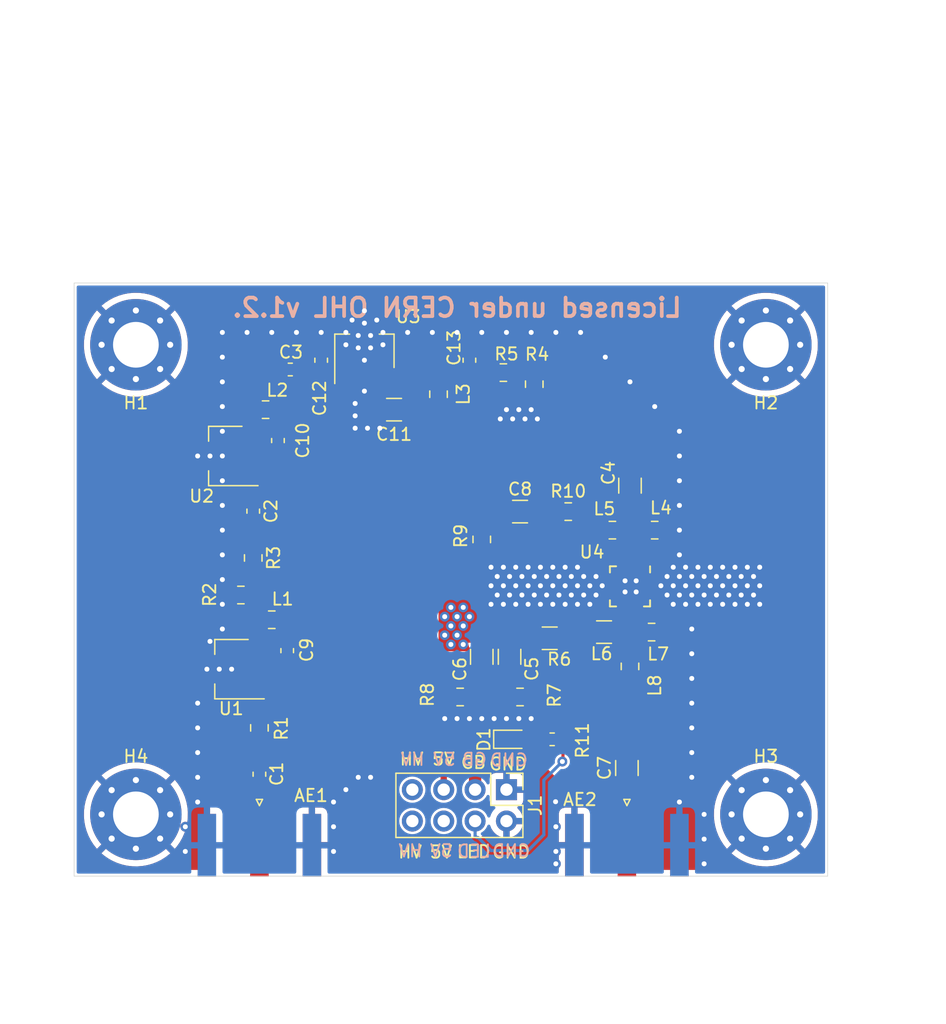
<source format=kicad_pcb>
(kicad_pcb (version 20190905) (host pcbnew "(5.99.0-221-ga18d3cc)")
  (layers (0 "F.Cu" signal) (1 "In1.Cu" power) (2 "In2.Cu" power) (31 "B.Cu" power) (34 "B.Paste" user) (35 "F.Paste" user) (36 "B.SilkS" user) (37 "F.SilkS" user) (38 "B.Mask" user) (39 "F.Mask" user) (44 "Edge.Cuts" user))
  (net 0 "")
  (net 1 "GND")
  (net 2 "+VDC")
  (net 3 "Net-(C5-Pad1)")
  (net 4 "Net-(C6-Pad1)")
  (net 5 "QPD1009_GBIAS")
  (net 6 "Net-(C8-Pad1)")
  (net 7 "+5V")
  (net 8 "Net-(L5-Pad1)")
  (net 9 "Net-(L6-Pad1)")
  (net 10 "/s0_tline0")
  (net 11 "/s4_tline2")
  (net 12 "/s0_tline1")
  (net 13 "/s1_tline1")
  (net 14 "/s1_tline2")
  (net 15 "/s2_tline0")
  (net 16 "/s2_tline1")
  (net 17 "/s3_tline1")
  (net 18 "/s4_tline1")
  (net 19 "/s1_tline0")
  (net 20 "/s3_tline0")
  (net 21 "/s4_tline0")
  (net 22 "/s0_tline2")
  (net 23 "/s3_tline2")
  (net 24 "/LED")
  (net 25 "Net-(U4-Pad12)")
  (net 26 "Net-(U4-Pad9)")
  (net 27 "Net-(U4-Pad4)")
  (net 28 "Net-(U4-Pad1)")
  (net 29 "Net-(D1-Pad2)")
  (module "Connector_PinHeader_2.54mm:PinHeader_2x04_P2.54mm_Vertical" (layer "F.Cu") (at 145 148 -90)
    (fp_text reference "J1" (at 1.27 -2.33 90) (layer "F.SilkS"))
    (fp_text value "PWRCONN")
    (pad "8" thru_hole oval (at 2.54 7.62 270) (size 1.7 1.7) (drill 1) (layers *.Cu *.Mask) (net 2 "+VDC"))
    (pad "7" thru_hole oval (at 0 7.62 270) (size 1.7 1.7) (drill 1) (layers *.Cu *.Mask) (net 2 "+VDC"))
    (pad "6" thru_hole oval (at 2.54 5.08 270) (size 1.7 1.7) (drill 1) (layers *.Cu *.Mask) (net 7 "+5V"))
    (pad "5" thru_hole oval (at 0 5.08 270) (size 1.7 1.7) (drill 1) (layers *.Cu *.Mask) (net 7 "+5V"))
    (pad "4" thru_hole oval (at 2.54 2.54 270) (size 1.7 1.7) (drill 1) (layers *.Cu *.Mask) (net 24 "/LED"))
    (pad "3" thru_hole oval (at 0 2.54 270) (size 1.7 1.7) (drill 1) (layers *.Cu *.Mask) (net 5 "QPD1009_GBIAS"))
    (pad "2" thru_hole oval (at 2.54 0 270) (size 1.7 1.7) (drill 1) (layers *.Cu *.Mask) (net 1 "GND"))
    (pad "1" thru_hole rect (at 0 0 270) (size 1.7 1.7) (drill 1) (layers *.Cu *.Mask) (net 1 "GND"))
  )
  (module "MountingHole:MountingHole_3.7mm_Pad_Via" (layer "F.Cu") (at 115 150)
    (fp_text reference "H4" (at 0 -4.7) (layer "F.SilkS"))
    (fp_text value "MountingHole_Pad")
    (pad "1" thru_hole circle (at 1.962221 -1.962221) (size 0.8 0.8) (drill 0.5) (layers *.Cu *.Mask) (net 1 "GND"))
    (pad "1" thru_hole circle (at 0 -2.775) (size 0.8 0.8) (drill 0.5) (layers *.Cu *.Mask) (net 1 "GND"))
    (pad "1" thru_hole circle (at -1.962221 -1.962221) (size 0.8 0.8) (drill 0.5) (layers *.Cu *.Mask) (net 1 "GND"))
    (pad "1" thru_hole circle (at -2.775 0) (size 0.8 0.8) (drill 0.5) (layers *.Cu *.Mask) (net 1 "GND"))
    (pad "1" thru_hole circle (at -1.962221 1.962221) (size 0.8 0.8) (drill 0.5) (layers *.Cu *.Mask) (net 1 "GND"))
    (pad "1" thru_hole circle (at 0 2.775) (size 0.8 0.8) (drill 0.5) (layers *.Cu *.Mask) (net 1 "GND"))
    (pad "1" thru_hole circle (at 1.962221 1.962221) (size 0.8 0.8) (drill 0.5) (layers *.Cu *.Mask) (net 1 "GND"))
    (pad "1" thru_hole circle (at 2.775 0) (size 0.8 0.8) (drill 0.5) (layers *.Cu *.Mask) (net 1 "GND"))
    (pad "1" thru_hole circle (at 0 0) (size 7.4 7.4) (drill 3.7) (layers *.Cu *.Mask) (net 1 "GND"))
  )
  (module "MountingHole:MountingHole_3.7mm_Pad_Via" (layer "F.Cu") (at 166 150)
    (fp_text reference "H3" (at 0 -4.7) (layer "F.SilkS"))
    (fp_text value "MountingHole_Pad")
    (pad "1" thru_hole circle (at 1.962221 -1.962221) (size 0.8 0.8) (drill 0.5) (layers *.Cu *.Mask) (net 1 "GND"))
    (pad "1" thru_hole circle (at 0 -2.775) (size 0.8 0.8) (drill 0.5) (layers *.Cu *.Mask) (net 1 "GND"))
    (pad "1" thru_hole circle (at -1.962221 -1.962221) (size 0.8 0.8) (drill 0.5) (layers *.Cu *.Mask) (net 1 "GND"))
    (pad "1" thru_hole circle (at -2.775 0) (size 0.8 0.8) (drill 0.5) (layers *.Cu *.Mask) (net 1 "GND"))
    (pad "1" thru_hole circle (at -1.962221 1.962221) (size 0.8 0.8) (drill 0.5) (layers *.Cu *.Mask) (net 1 "GND"))
    (pad "1" thru_hole circle (at 0 2.775) (size 0.8 0.8) (drill 0.5) (layers *.Cu *.Mask) (net 1 "GND"))
    (pad "1" thru_hole circle (at 1.962221 1.962221) (size 0.8 0.8) (drill 0.5) (layers *.Cu *.Mask) (net 1 "GND"))
    (pad "1" thru_hole circle (at 2.775 0) (size 0.8 0.8) (drill 0.5) (layers *.Cu *.Mask) (net 1 "GND"))
    (pad "1" thru_hole circle (at 0 0) (size 7.4 7.4) (drill 3.7) (layers *.Cu *.Mask) (net 1 "GND"))
  )
  (module "MountingHole:MountingHole_3.7mm_Pad_Via" (layer "F.Cu") (at 166 112 180)
    (fp_text reference "H2" (at 0 -4.7) (layer "F.SilkS"))
    (fp_text value "MountingHole_Pad")
    (pad "1" thru_hole circle (at 1.962221 -1.962221 180) (size 0.8 0.8) (drill 0.5) (layers *.Cu *.Mask) (net 1 "GND"))
    (pad "1" thru_hole circle (at 0 -2.775 180) (size 0.8 0.8) (drill 0.5) (layers *.Cu *.Mask) (net 1 "GND"))
    (pad "1" thru_hole circle (at -1.962221 -1.962221 180) (size 0.8 0.8) (drill 0.5) (layers *.Cu *.Mask) (net 1 "GND"))
    (pad "1" thru_hole circle (at -2.775 0 180) (size 0.8 0.8) (drill 0.5) (layers *.Cu *.Mask) (net 1 "GND"))
    (pad "1" thru_hole circle (at -1.962221 1.962221 180) (size 0.8 0.8) (drill 0.5) (layers *.Cu *.Mask) (net 1 "GND"))
    (pad "1" thru_hole circle (at 0 2.775 180) (size 0.8 0.8) (drill 0.5) (layers *.Cu *.Mask) (net 1 "GND"))
    (pad "1" thru_hole circle (at 1.962221 1.962221 180) (size 0.8 0.8) (drill 0.5) (layers *.Cu *.Mask) (net 1 "GND"))
    (pad "1" thru_hole circle (at 2.775 0 180) (size 0.8 0.8) (drill 0.5) (layers *.Cu *.Mask) (net 1 "GND"))
    (pad "1" thru_hole circle (at 0 0 180) (size 7.4 7.4) (drill 3.7) (layers *.Cu *.Mask) (net 1 "GND"))
  )
  (module "MountingHole:MountingHole_3.7mm_Pad_Via" (layer "F.Cu") (at 115 112 180)
    (fp_text reference "H1" (at 0 -4.7) (layer "F.SilkS"))
    (fp_text value "MountingHole_Pad")
    (pad "1" thru_hole circle (at 1.962221 -1.962221 180) (size 0.8 0.8) (drill 0.5) (layers *.Cu *.Mask) (net 1 "GND"))
    (pad "1" thru_hole circle (at 0 -2.775 180) (size 0.8 0.8) (drill 0.5) (layers *.Cu *.Mask) (net 1 "GND"))
    (pad "1" thru_hole circle (at -1.962221 -1.962221 180) (size 0.8 0.8) (drill 0.5) (layers *.Cu *.Mask) (net 1 "GND"))
    (pad "1" thru_hole circle (at -2.775 0 180) (size 0.8 0.8) (drill 0.5) (layers *.Cu *.Mask) (net 1 "GND"))
    (pad "1" thru_hole circle (at -1.962221 1.962221 180) (size 0.8 0.8) (drill 0.5) (layers *.Cu *.Mask) (net 1 "GND"))
    (pad "1" thru_hole circle (at 0 2.775 180) (size 0.8 0.8) (drill 0.5) (layers *.Cu *.Mask) (net 1 "GND"))
    (pad "1" thru_hole circle (at 1.962221 1.962221 180) (size 0.8 0.8) (drill 0.5) (layers *.Cu *.Mask) (net 1 "GND"))
    (pad "1" thru_hole circle (at 2.775 0 180) (size 0.8 0.8) (drill 0.5) (layers *.Cu *.Mask) (net 1 "GND"))
    (pad "1" thru_hole circle (at 0 0 180) (size 7.4 7.4) (drill 3.7) (layers *.Cu *.Mask) (net 1 "GND"))
  )
  (module "Resistor_SMD:R_0603_1608Metric_Pad1.05x0.95mm_HandSolder" (layer "F.Cu") (at 148.7 143.925)
    (fp_text reference "R11" (at 2.45 0.1 90) (layer "F.SilkS"))
    (fp_text value "R")
    (pad "2" smd roundrect (at 0.875 0) (size 1.05 0.95) (layers "F.Cu" "F.Paste" "F.Mask") (net 24 "/LED"))
    (pad "1" smd roundrect (at -0.875 0) (size 1.05 0.95) (layers "F.Cu" "F.Paste" "F.Mask") (net 29 "Net-(D1-Pad2)"))
  )
  (module "LED_SMD:LED_0603_1608Metric" (layer "F.Cu") (at 145.45 143.925)
    (fp_text reference "D1" (at -2.275 0.025 90) (layer "F.SilkS"))
    (fp_text value "LED")
    (pad "2" smd roundrect (at 0.7875 0) (size 0.875 0.95) (layers "F.Cu" "F.Paste" "F.Mask") (net 29 "Net-(D1-Pad2)"))
    (pad "1" smd roundrect (at -0.7875 0) (size 0.875 0.95) (layers "F.Cu" "F.Paste" "F.Mask") (net 1 "GND"))
  )
  (module "Capacitor_SMD:C_0603_1608Metric" (layer "F.Cu") (at 142 113.25 -90)
    (fp_text reference "C13" (at -1 1.25 -90) (layer "F.SilkS"))
    (fp_text value "C")
    (pad "2" smd roundrect (at 0.7875 0 270) (size 0.875 0.95) (layers "F.Cu" "F.Paste" "F.Mask") (net 20 "/s3_tline0"))
    (pad "1" smd roundrect (at -0.7875 0 270) (size 0.875 0.95) (layers "F.Cu" "F.Paste" "F.Mask") (net 1 "GND"))
  )
  (module "Capacitor_SMD:C_0603_1608Metric" (layer "F.Cu") (at 130 113.25 -90)
    (fp_text reference "C12" (at 3.075 0.125 -90) (layer "F.SilkS"))
    (fp_text value "C")
    (pad "2" smd roundrect (at 0.7875 0 270) (size 0.875 0.95) (layers "F.Cu" "F.Paste" "F.Mask") (net 16 "/s2_tline1"))
    (pad "1" smd roundrect (at -0.7875 0 270) (size 0.875 0.95) (layers "F.Cu" "F.Paste" "F.Mask") (net 1 "GND"))
  )
  (module "Capacitor_SMD:C_0603_1608Metric" (layer "F.Cu") (at 126.5 119.75 90)
    (fp_text reference "C10" (at 0 2 90) (layer "F.SilkS"))
    (fp_text value "C")
    (pad "2" smd roundrect (at 0.7875 0 90) (size 0.875 0.95) (layers "F.Cu" "F.Paste" "F.Mask") (net 7 "+5V"))
    (pad "1" smd roundrect (at -0.7875 0 90) (size 0.875 0.95) (layers "F.Cu" "F.Paste" "F.Mask") (net 1 "GND"))
  )
  (module "Capacitor_SMD:C_0603_1608Metric" (layer "F.Cu") (at 127.25 136.75 90)
    (fp_text reference "C9" (at 0.05 1.575 90) (layer "F.SilkS"))
    (fp_text value "C")
    (pad "2" smd roundrect (at 0.7875 0 90) (size 0.875 0.95) (layers "F.Cu" "F.Paste" "F.Mask") (net 7 "+5V"))
    (pad "1" smd roundrect (at -0.7875 0 90) (size 0.875 0.95) (layers "F.Cu" "F.Paste" "F.Mask") (net 1 "GND"))
  )
  (module "Capacitor_SMD:C_0603_1608Metric" (layer "F.Cu") (at 127.5 114 180)
    (fp_text reference "C3" (at -0.05 1.4 180) (layer "F.SilkS"))
    (fp_text value "C")
    (pad "2" smd roundrect (at 0.7875 0 180) (size 0.875 0.95) (layers "F.Cu" "F.Paste" "F.Mask") (net 15 "/s2_tline0"))
    (pad "1" smd roundrect (at -0.7875 0 180) (size 0.875 0.95) (layers "F.Cu" "F.Paste" "F.Mask") (net 16 "/s2_tline1"))
  )
  (module "Capacitor_SMD:C_0603_1608Metric" (layer "F.Cu") (at 124.5 125.4625 -90)
    (fp_text reference "C2" (at 0 -1.43 -90) (layer "F.SilkS"))
    (fp_text value "C")
    (pad "2" smd roundrect (at 0.7875 0 270) (size 0.875 0.95) (layers "F.Cu" "F.Paste" "F.Mask") (net 13 "/s1_tline1"))
    (pad "1" smd roundrect (at -0.7875 0 270) (size 0.875 0.95) (layers "F.Cu" "F.Paste" "F.Mask") (net 14 "/s1_tline2"))
  )
  (module "Capacitor_SMD:C_0603_1608Metric" (layer "F.Cu") (at 125 146.75 -90)
    (fp_text reference "C1" (at -0.025 -1.4 -90) (layer "F.SilkS"))
    (fp_text value "C")
    (pad "2" smd roundrect (at 0.7875 0 270) (size 0.875 0.95) (layers "F.Cu" "F.Paste" "F.Mask") (net 10 "/s0_tline0"))
    (pad "1" smd roundrect (at -0.7875 0 270) (size 0.875 0.95) (layers "F.Cu" "F.Paste" "F.Mask") (net 12 "/s0_tline1"))
  )
  (module "Resistor_SMD:R_0805_2012Metric_Pad1.15x1.40mm_HandSolder" (layer "F.Cu") (at 150 125.5)
    (fp_text reference "R10" (at 0 -1.65) (layer "F.SilkS"))
    (fp_text value "R")
    (pad "2" smd roundrect (at 1.025 0) (size 1.15 1.4) (layers "F.Cu" "F.Paste" "F.Mask") (roundrect_rratio 0.217391) (net 8 "Net-(L5-Pad1)"))
    (pad "1" smd roundrect (at -1.025 0) (size 1.15 1.4) (layers "F.Cu" "F.Paste" "F.Mask") (roundrect_rratio 0.217391) (net 5 "QPD1009_GBIAS"))
  )
  (module "Resistor_SMD:R_0805_2012Metric_Pad1.15x1.40mm_HandSolder" (layer "F.Cu") (at 143 127.75 -90)
    (fp_text reference "R9" (at -0.275 1.7 -90) (layer "F.SilkS"))
    (fp_text value "R")
    (pad "2" smd roundrect (at 1.025 0 270) (size 1.15 1.4) (layers "F.Cu" "F.Paste" "F.Mask") (roundrect_rratio 0.217391) (net 1 "GND"))
    (pad "1" smd roundrect (at -1.025 0 270) (size 1.15 1.4) (layers "F.Cu" "F.Paste" "F.Mask") (roundrect_rratio 0.217391) (net 6 "Net-(C8-Pad1)"))
  )
  (module "Resistor_SMD:R_0805_2012Metric_Pad1.15x1.40mm_HandSolder" (layer "F.Cu") (at 141.25 140.5)
    (fp_text reference "R8" (at -2.65 -0.175 90) (layer "F.SilkS"))
    (fp_text value "R")
    (pad "2" smd roundrect (at 1.025 0) (size 1.15 1.4) (layers "F.Cu" "F.Paste" "F.Mask") (roundrect_rratio 0.217391) (net 4 "Net-(C6-Pad1)"))
    (pad "1" smd roundrect (at -1.025 0) (size 1.15 1.4) (layers "F.Cu" "F.Paste" "F.Mask") (roundrect_rratio 0.217391) (net 1 "GND"))
  )
  (module "Resistor_SMD:R_0805_2012Metric_Pad1.15x1.40mm_HandSolder" (layer "F.Cu") (at 146.1 140.5 180)
    (fp_text reference "R7" (at -2.775 0.125 90) (layer "F.SilkS"))
    (fp_text value "R")
    (pad "2" smd roundrect (at 1.025 0 180) (size 1.15 1.4) (layers "F.Cu" "F.Paste" "F.Mask") (roundrect_rratio 0.217391) (net 3 "Net-(C5-Pad1)"))
    (pad "1" smd roundrect (at -1.025 0 180) (size 1.15 1.4) (layers "F.Cu" "F.Paste" "F.Mask") (roundrect_rratio 0.217391) (net 1 "GND"))
  )
  (module "Resistor_SMD:R_1206_3216Metric" (layer "F.Cu") (at 148.5 135.75 180)
    (fp_text reference "R6" (at -0.775 -1.7 180) (layer "F.SilkS"))
    (fp_text value "R")
    (pad "2" smd roundrect (at 1.4 0 180) (size 1.25 1.75) (layers "F.Cu" "F.Paste" "F.Mask") (roundrect_rratio 0.2) (net 2 "+VDC"))
    (pad "1" smd roundrect (at -1.4 0 180) (size 1.25 1.75) (layers "F.Cu" "F.Paste" "F.Mask") (roundrect_rratio 0.2) (net 9 "Net-(L6-Pad1)"))
  )
  (module "Resistor_SMD:R_0805_2012Metric" (layer "F.Cu") (at 144.75 114.25)
    (fp_text reference "R5" (at 0.25 -1.5) (layer "F.SilkS"))
    (fp_text value "R")
    (pad "2" smd roundrect (at 0.9375 0) (size 0.975 1.4) (layers "F.Cu" "F.Paste" "F.Mask") (net 17 "/s3_tline1"))
    (pad "1" smd roundrect (at -0.9375 0) (size 0.975 1.4) (layers "F.Cu" "F.Paste" "F.Mask") (net 20 "/s3_tline0"))
  )
  (module "Resistor_SMD:R_0805_2012Metric" (layer "F.Cu") (at 147.25 115.1875 -90)
    (fp_text reference "R4" (at -2.4125 -0.225) (layer "F.SilkS"))
    (fp_text value "R")
    (pad "2" smd roundrect (at 0.9375 0 270) (size 0.975 1.4) (layers "F.Cu" "F.Paste" "F.Mask") (net 1 "GND"))
    (pad "1" smd roundrect (at -0.9375 0 270) (size 0.975 1.4) (layers "F.Cu" "F.Paste" "F.Mask") (net 17 "/s3_tline1"))
  )
  (module "Resistor_SMD:R_0805_2012Metric" (layer "F.Cu") (at 124.5 129.25 -90)
    (fp_text reference "R3" (at 0 -1.65 -90) (layer "F.SilkS"))
    (fp_text value "R")
    (pad "2" smd roundrect (at 0.9375 0 270) (size 0.975 1.4) (layers "F.Cu" "F.Paste" "F.Mask") (net 19 "/s1_tline0"))
    (pad "1" smd roundrect (at -0.9375 0 270) (size 0.975 1.4) (layers "F.Cu" "F.Paste" "F.Mask") (net 13 "/s1_tline1"))
  )
  (module "Resistor_SMD:R_0805_2012Metric" (layer "F.Cu") (at 123.5 132.25)
    (fp_text reference "R2" (at -2.525 -0.025 90) (layer "F.SilkS"))
    (fp_text value "R")
    (pad "2" smd roundrect (at 0.9375 0) (size 0.975 1.4) (layers "F.Cu" "F.Paste" "F.Mask") (net 19 "/s1_tline0"))
    (pad "1" smd roundrect (at -0.9375 0) (size 0.975 1.4) (layers "F.Cu" "F.Paste" "F.Mask") (net 1 "GND"))
  )
  (module "Resistor_SMD:R_0805_2012Metric" (layer "F.Cu") (at 125 143 90)
    (fp_text reference "R1" (at -0.05 1.775 90) (layer "F.SilkS"))
    (fp_text value "R")
    (pad "2" smd roundrect (at 0.9375 0 90) (size 0.975 1.4) (layers "F.Cu" "F.Paste" "F.Mask") (net 22 "/s0_tline2"))
    (pad "1" smd roundrect (at -0.9375 0 90) (size 0.975 1.4) (layers "F.Cu" "F.Paste" "F.Mask") (net 12 "/s0_tline1"))
  )
  (module "Inductor_SMD:L_0805_2012Metric_Pad1.15x1.40mm_HandSolder" (layer "F.Cu") (at 155 138.025 90)
    (fp_text reference "L8" (at -1.55 2 90) (layer "F.SilkS"))
    (fp_text value "L")
    (pad "2" smd roundrect (at 1.025 0 90) (size 1.15 1.4) (layers "F.Cu" "F.Paste" "F.Mask") (roundrect_rratio 0.217391) (net 21 "/s4_tline0"))
    (pad "1" smd roundrect (at -1.025 0 90) (size 1.15 1.4) (layers "F.Cu" "F.Paste" "F.Mask") (roundrect_rratio 0.217391) (net 18 "/s4_tline1"))
  )
  (module "Inductor_SMD:L_0805_2012Metric_Pad1.15x1.40mm_HandSolder" (layer "F.Cu") (at 156.75 135.25)
    (fp_text reference "L7" (at 0.525 1.775) (layer "F.SilkS"))
    (fp_text value "L")
    (pad "2" smd roundrect (at 1.025 0) (size 1.15 1.4) (layers "F.Cu" "F.Paste" "F.Mask") (roundrect_rratio 0.217391) (net 1 "GND"))
    (pad "1" smd roundrect (at -1.025 0) (size 1.15 1.4) (layers "F.Cu" "F.Paste" "F.Mask") (roundrect_rratio 0.217391) (net 21 "/s4_tline0"))
  )
  (module "Inductor_SMD:L_1206_3216Metric" (layer "F.Cu") (at 152.9 135.25)
    (fp_text reference "L6" (at -0.2 1.75) (layer "F.SilkS"))
    (fp_text value "L")
    (pad "2" smd roundrect (at 1.4 0) (size 1.25 1.75) (layers "F.Cu" "F.Paste" "F.Mask") (roundrect_rratio 0.2) (net 21 "/s4_tline0"))
    (pad "1" smd roundrect (at -1.4 0) (size 1.25 1.75) (layers "F.Cu" "F.Paste" "F.Mask") (roundrect_rratio 0.2) (net 9 "Net-(L6-Pad1)"))
  )
  (module "Inductor_SMD:L_0805_2012Metric_Pad1.15x1.40mm_HandSolder" (layer "F.Cu") (at 153.575 127)
    (fp_text reference "L5" (at -0.65 -1.725) (layer "F.SilkS"))
    (fp_text value "L")
    (pad "2" smd roundrect (at 1.025 0) (size 1.15 1.4) (layers "F.Cu" "F.Paste" "F.Mask") (roundrect_rratio 0.217391) (net 23 "/s3_tline2"))
    (pad "1" smd roundrect (at -1.025 0) (size 1.15 1.4) (layers "F.Cu" "F.Paste" "F.Mask") (roundrect_rratio 0.217391) (net 8 "Net-(L5-Pad1)"))
  )
  (module "Inductor_SMD:L_0805_2012Metric_Pad1.15x1.40mm_HandSolder" (layer "F.Cu") (at 157 127)
    (fp_text reference "L4" (at 0.5 -1.8) (layer "F.SilkS"))
    (fp_text value "L")
    (pad "2" smd roundrect (at 1.025 0) (size 1.15 1.4) (layers "F.Cu" "F.Paste" "F.Mask") (roundrect_rratio 0.217391) (net 1 "GND"))
    (pad "1" smd roundrect (at -1.025 0) (size 1.15 1.4) (layers "F.Cu" "F.Paste" "F.Mask") (roundrect_rratio 0.217391) (net 23 "/s3_tline2"))
  )
  (module "Inductor_SMD:L_0805_2012Metric_Pad1.15x1.40mm_HandSolder" (layer "F.Cu") (at 139.5 116 90)
    (fp_text reference "L3" (at 0 2 90) (layer "F.SilkS"))
    (fp_text value "L")
    (pad "2" smd roundrect (at 1.025 0 90) (size 1.15 1.4) (layers "F.Cu" "F.Paste" "F.Mask") (roundrect_rratio 0.217391) (net 20 "/s3_tline0"))
    (pad "1" smd roundrect (at -1.025 0 90) (size 1.15 1.4) (layers "F.Cu" "F.Paste" "F.Mask") (roundrect_rratio 0.217391) (net 7 "+5V"))
  )
  (module "Inductor_SMD:L_0805_2012Metric_Pad1.15x1.40mm_HandSolder" (layer "F.Cu") (at 125.5 117.25 180)
    (fp_text reference "L2" (at -0.95 1.575) (layer "F.SilkS"))
    (fp_text value "L")
    (pad "2" smd roundrect (at 1.025 0 180) (size 1.15 1.4) (layers "F.Cu" "F.Paste" "F.Mask") (roundrect_rratio 0.217391) (net 15 "/s2_tline0"))
    (pad "1" smd roundrect (at -1.025 0 180) (size 1.15 1.4) (layers "F.Cu" "F.Paste" "F.Mask") (roundrect_rratio 0.217391) (net 7 "+5V"))
  )
  (module "Inductor_SMD:L_0805_2012Metric_Pad1.15x1.40mm_HandSolder" (layer "F.Cu") (at 126 134.25 180)
    (fp_text reference "L1" (at -0.875 1.675 180) (layer "F.SilkS"))
    (fp_text value "L")
    (pad "2" smd roundrect (at 1.025 0 180) (size 1.15 1.4) (layers "F.Cu" "F.Paste" "F.Mask") (roundrect_rratio 0.217391) (net 19 "/s1_tline0"))
    (pad "1" smd roundrect (at -1.025 0 180) (size 1.15 1.4) (layers "F.Cu" "F.Paste" "F.Mask") (roundrect_rratio 0.217391) (net 7 "+5V"))
  )
  (module "Capacitor_SMD:C_1206_3216Metric" (layer "F.Cu") (at 135.9 117.25)
    (fp_text reference "C11" (at 0 2) (layer "F.SilkS"))
    (fp_text value "C")
    (pad "2" smd roundrect (at 1.4 0) (size 1.25 1.75) (layers "F.Cu" "F.Paste" "F.Mask") (roundrect_rratio 0.2) (net 7 "+5V"))
    (pad "1" smd roundrect (at -1.4 0) (size 1.25 1.75) (layers "F.Cu" "F.Paste" "F.Mask") (roundrect_rratio 0.2) (net 1 "GND"))
  )
  (module "Capacitor_SMD:C_1206_3216Metric" (layer "F.Cu") (at 146.1 125.5)
    (fp_text reference "C8" (at 0 -1.82) (layer "F.SilkS"))
    (fp_text value "C")
    (pad "2" smd roundrect (at 1.4 0) (size 1.25 1.75) (layers "F.Cu" "F.Paste" "F.Mask") (roundrect_rratio 0.2) (net 5 "QPD1009_GBIAS"))
    (pad "1" smd roundrect (at -1.4 0) (size 1.25 1.75) (layers "F.Cu" "F.Paste" "F.Mask") (roundrect_rratio 0.2) (net 6 "Net-(C8-Pad1)"))
  )
  (module "Capacitor_SMD:C_1206_3216Metric" (layer "F.Cu") (at 154.75 146.25 90)
    (fp_text reference "C7" (at 0 -1.82 90) (layer "F.SilkS"))
    (fp_text value "C")
    (pad "2" smd roundrect (at 1.4 0 90) (size 1.25 1.75) (layers "F.Cu" "F.Paste" "F.Mask") (roundrect_rratio 0.2) (net 18 "/s4_tline1"))
    (pad "1" smd roundrect (at -1.4 0 90) (size 1.25 1.75) (layers "F.Cu" "F.Paste" "F.Mask") (roundrect_rratio 0.2) (net 11 "/s4_tline2"))
  )
  (module "Capacitor_SMD:C_1206_3216Metric" (layer "F.Cu") (at 143 137.25 90)
    (fp_text reference "C6" (at -1 -1.775 90) (layer "F.SilkS"))
    (fp_text value "C")
    (pad "2" smd roundrect (at 1.4 0 90) (size 1.25 1.75) (layers "F.Cu" "F.Paste" "F.Mask") (roundrect_rratio 0.2) (net 2 "+VDC"))
    (pad "1" smd roundrect (at -1.4 0 90) (size 1.25 1.75) (layers "F.Cu" "F.Paste" "F.Mask") (roundrect_rratio 0.2) (net 4 "Net-(C6-Pad1)"))
  )
  (module "Capacitor_SMD:C_1206_3216Metric" (layer "F.Cu") (at 145.25 137.25 90)
    (fp_text reference "C5" (at -0.975 1.8 90) (layer "F.SilkS"))
    (fp_text value "C")
    (pad "2" smd roundrect (at 1.4 0 90) (size 1.25 1.75) (layers "F.Cu" "F.Paste" "F.Mask") (roundrect_rratio 0.2) (net 2 "+VDC"))
    (pad "1" smd roundrect (at -1.4 0 90) (size 1.25 1.75) (layers "F.Cu" "F.Paste" "F.Mask") (roundrect_rratio 0.2) (net 3 "Net-(C5-Pad1)"))
  )
  (module "Capacitor_SMD:C_1206_3216Metric" (layer "F.Cu") (at 155 123.4 90)
    (fp_text reference "C4" (at 1.025 -1.75 90) (layer "F.SilkS"))
    (fp_text value "C")
    (pad "2" smd roundrect (at 1.4 0 90) (size 1.25 1.75) (layers "F.Cu" "F.Paste" "F.Mask") (roundrect_rratio 0.2) (net 17 "/s3_tline1"))
    (pad "1" smd roundrect (at -1.4 0 90) (size 1.25 1.75) (layers "F.Cu" "F.Paste" "F.Mask") (roundrect_rratio 0.2) (net 23 "/s3_tline2"))
  )
  (module "Connector_Coaxial:SMA_Amphenol_132289_EdgeMount" (layer "F.Cu") (at 154.75 152.5 -90)
    (fp_text reference "AE2" (at -3.7 3.8) (layer "F.SilkS"))
    (fp_text value "RF_OUT")
    (pad "1" smd rect (at 0 0) (size 1.5 5.08) (layers "F.Cu" "F.Paste" "F.Mask") (net 11 "/s4_tline2"))
    (pad "2" smd rect (at 0 -4.25) (size 1.5 5.08) (layers "F.Cu" "F.Paste" "F.Mask") (net 1 "GND"))
    (pad "2" smd rect (at 0 4.25) (size 1.5 5.08) (layers "F.Cu" "F.Paste" "F.Mask") (net 1 "GND"))
    (pad "2" smd rect (at 0 -4.25) (size 1.5 5.08) (layers "B.Cu" "B.Paste" "B.Mask") (net 1 "GND"))
    (pad "2" smd rect (at 0 4.25) (size 1.5 5.08) (layers "B.Cu" "B.Paste" "B.Mask") (net 1 "GND"))
  )
  (module "Connector_Coaxial:SMA_Amphenol_132289_EdgeMount" (layer "F.Cu") (at 125 152.5 -90)
    (fp_text reference "AE1" (at -4.025 -4.175 180) (layer "F.SilkS"))
    (fp_text value "RF_IN")
    (pad "1" smd rect (at 0 0) (size 1.5 5.08) (layers "F.Cu" "F.Paste" "F.Mask") (net 10 "/s0_tline0"))
    (pad "2" smd rect (at 0 -4.25) (size 1.5 5.08) (layers "F.Cu" "F.Paste" "F.Mask") (net 1 "GND"))
    (pad "2" smd rect (at 0 4.25) (size 1.5 5.08) (layers "F.Cu" "F.Paste" "F.Mask") (net 1 "GND"))
    (pad "2" smd rect (at 0 -4.25) (size 1.5 5.08) (layers "B.Cu" "B.Paste" "B.Mask") (net 1 "GND"))
    (pad "2" smd rect (at 0 4.25) (size 1.5 5.08) (layers "B.Cu" "B.Paste" "B.Mask") (net 1 "GND"))
  )
  (module "qorvo:QFN-16-1EP_3x3mm_P0.5mm_EP1.7x1.7mm" (layer "F.Cu") (at 155 131.55 -90)
    (fp_text reference "U4" (at -2.775 3.075 180) (layer "F.SilkS"))
    (fp_text value "QPD1009")
    (pad "17" smd rect (at 0 0 270) (size 1.7 1.7) (layers "F.Cu" "F.Mask") (net 1 "GND"))
    (pad "16" smd oval (at -0.75 -1.475) (size 0.75 0.3) (layers "F.Cu" "F.Paste" "F.Mask") (net 1 "GND"))
    (pad "15" smd oval (at -0.25 -1.475) (size 0.75 0.3) (layers "F.Cu" "F.Paste" "F.Mask") (net 1 "GND"))
    (pad "14" smd oval (at 0.25 -1.475) (size 0.75 0.3) (layers "F.Cu" "F.Paste" "F.Mask") (net 1 "GND"))
    (pad "13" smd oval (at 0.75 -1.475) (size 0.75 0.3) (layers "F.Cu" "F.Paste" "F.Mask") (net 1 "GND"))
    (pad "12" smd oval (at 1.475 -0.75 270) (size 0.75 0.3) (layers "F.Cu" "F.Paste" "F.Mask") (net 25 "Net-(U4-Pad12)"))
    (pad "11" smd oval (at 1.475 -0.25 270) (size 0.75 0.3) (layers "F.Cu" "F.Paste" "F.Mask") (net 21 "/s4_tline0"))
    (pad "10" smd oval (at 1.475 0.25 270) (size 0.75 0.3) (layers "F.Cu" "F.Paste" "F.Mask") (net 21 "/s4_tline0"))
    (pad "9" smd oval (at 1.475 0.75 270) (size 0.75 0.3) (layers "F.Cu" "F.Paste" "F.Mask") (net 26 "Net-(U4-Pad9)"))
    (pad "8" smd oval (at 0.75 1.475) (size 0.75 0.3) (layers "F.Cu" "F.Paste" "F.Mask") (net 1 "GND"))
    (pad "7" smd oval (at 0.25 1.475) (size 0.75 0.3) (layers "F.Cu" "F.Paste" "F.Mask") (net 1 "GND"))
    (pad "6" smd oval (at -0.25 1.475) (size 0.75 0.3) (layers "F.Cu" "F.Paste" "F.Mask") (net 1 "GND"))
    (pad "5" smd oval (at -0.75 1.475) (size 0.75 0.3) (layers "F.Cu" "F.Paste" "F.Mask") (net 1 "GND"))
    (pad "4" smd oval (at -1.475 0.75 270) (size 0.75 0.3) (layers "F.Cu" "F.Paste" "F.Mask") (net 27 "Net-(U4-Pad4)"))
    (pad "3" smd oval (at -1.475 0.25 270) (size 0.75 0.3) (layers "F.Cu" "F.Paste" "F.Mask") (net 23 "/s3_tline2"))
    (pad "2" smd oval (at -1.475 -0.25 270) (size 0.75 0.3) (layers "F.Cu" "F.Paste" "F.Mask") (net 23 "/s3_tline2"))
    (pad "1" smd oval (at -1.475 -0.75 270) (size 0.75 0.3) (layers "F.Cu" "F.Paste" "F.Mask") (net 28 "Net-(U4-Pad1)"))
  )
  (module "Package_TO_SOT_SMD:SOT-89-3" (layer "F.Cu") (at 133.5 112.9165 90)
    (fp_text reference "U3" (at 3.1915 3.55) (layer "F.SilkS"))
    (fp_text value "ADL5324")
    (pad "2" smd trapezoid (at -0.0762 0 180) (size 1.5 1) (rect_delta 0 0.7) (layers "F.Cu" "F.Paste" "F.Mask") (net 1 "GND"))
    (pad "2" smd rect (at 1.3335 0) (size 2.2 1.84) (layers "F.Cu" "F.Paste" "F.Mask") (net 1 "GND"))
    (pad "3" smd rect (at -1.48 1.5) (size 1 1.5) (layers "F.Cu" "F.Paste" "F.Mask") (net 20 "/s3_tline0"))
    (pad "2" smd rect (at -1.3335 0) (size 1 1.8) (layers "F.Cu" "F.Paste" "F.Mask") (net 1 "GND"))
    (pad "1" smd rect (at -1.48 -1.5) (size 1 1.5) (layers "F.Cu" "F.Paste" "F.Mask") (net 16 "/s2_tline1"))
    (pad "2" smd trapezoid (at 2.667 0) (size 1.6 0.85) (rect_delta 0 0.6) (layers "F.Cu" "F.Paste" "F.Mask") (net 1 "GND"))
  )
  (module "Package_TO_SOT_SMD:SOT-89-3" (layer "F.Cu") (at 122.6665 121 180)
    (fp_text reference "U2" (at 2.3415 -3.25 180) (layer "F.SilkS"))
    (fp_text value "GVA-84+")
    (pad "2" smd trapezoid (at -0.0762 0 270) (size 1.5 1) (rect_delta 0 0.7) (layers "F.Cu" "F.Paste" "F.Mask") (net 1 "GND"))
    (pad "2" smd rect (at 1.3335 0 90) (size 2.2 1.84) (layers "F.Cu" "F.Paste" "F.Mask") (net 1 "GND"))
    (pad "3" smd rect (at -1.48 1.5 90) (size 1 1.5) (layers "F.Cu" "F.Paste" "F.Mask") (net 15 "/s2_tline0"))
    (pad "2" smd rect (at -1.3335 0 90) (size 1 1.8) (layers "F.Cu" "F.Paste" "F.Mask") (net 1 "GND"))
    (pad "1" smd rect (at -1.48 -1.5 90) (size 1 1.5) (layers "F.Cu" "F.Paste" "F.Mask") (net 14 "/s1_tline2"))
    (pad "2" smd trapezoid (at 2.667 0 90) (size 1.6 0.85) (rect_delta 0 0.6) (layers "F.Cu" "F.Paste" "F.Mask") (net 1 "GND"))
  )
  (module "Package_TO_SOT_SMD:SOT-89-3" (layer "F.Cu") (at 123.1665 138.25 180)
    (fp_text reference "U1" (at 0.45 -3.2 180) (layer "F.SilkS"))
    (fp_text value "GVA-84+")
    (pad "2" smd trapezoid (at -0.0762 0 270) (size 1.5 1) (rect_delta 0 0.7) (layers "F.Cu" "F.Paste" "F.Mask") (net 1 "GND"))
    (pad "2" smd rect (at 1.3335 0 90) (size 2.2 1.84) (layers "F.Cu" "F.Paste" "F.Mask") (net 1 "GND"))
    (pad "3" smd rect (at -1.48 1.5 90) (size 1 1.5) (layers "F.Cu" "F.Paste" "F.Mask") (net 19 "/s1_tline0"))
    (pad "2" smd rect (at -1.3335 0 90) (size 1 1.8) (layers "F.Cu" "F.Paste" "F.Mask") (net 1 "GND"))
    (pad "1" smd rect (at -1.48 -1.5 90) (size 1 1.5) (layers "F.Cu" "F.Paste" "F.Mask") (net 22 "/s0_tline2"))
    (pad "2" smd trapezoid (at 2.667 0 90) (size 1.6 0.85) (rect_delta 0 0.6) (layers "F.Cu" "F.Paste" "F.Mask") (net 1 "GND"))
  )
  (gr_text "Licensed under CERN OHL v1.2." (at 141 109) (layer "B.SilkS") (effects (font (size 1.5 1.5) (thickness 0.3)) (justify mirror)))
  (gr_text "GB" (at 142.4 145.55) (layer "B.SilkS") (effects (font (size 1 1)) (justify mirror)))
  (gr_text "GND\n" (at 145.2 145.6) (layer "B.SilkS") (effects (font (size 1 1)) (justify mirror)))
  (gr_text "HV" (at 137.4 145.55) (layer "B.SilkS") (effects (font (size 1 1)) (justify mirror)))
  (gr_text "5V" (at 139.975 145.55) (layer "B.SilkS") (effects (font (size 1 1)) (justify mirror)))
  (gr_text "5V" (at 139.725 152.95) (layer "B.SilkS") (effects (font (size 1 1)) (justify mirror)))
  (gr_text "LED" (at 142.375 152.975) (layer "B.SilkS") (effects (font (size 1 1)) (justify mirror)))
  (gr_text "HV" (at 137.225 152.95) (layer "B.SilkS") (effects (font (size 1 1)) (justify mirror)))
  (gr_text "GND\n" (at 145.4 152.95) (layer "B.SilkS") (effects (font (size 1 1)) (justify mirror)))
  (gr_text "GND\n" (at 145.125 145.925) (layer "F.SilkS") (effects (font (size 1 1))))
  (gr_text "LED" (at 142.35 153.025) (layer "F.SilkS") (effects (font (size 1 1))))
  (gr_text "GB" (at 142.325 145.8) (layer "F.SilkS") (effects (font (size 1 1))))
  (gr_text "HV" (at 137.2 153.05) (layer "F.SilkS") (effects (font (size 1 1))))
  (gr_text "5V" (at 139.7 153.05) (layer "F.SilkS") (effects (font (size 1 1))))
  (gr_text "GND\n" (at 145.375 153.05) (layer "F.SilkS") (effects (font (size 1 1))))
  (gr_text "5V" (at 139.9 145.525) (layer "F.SilkS") (effects (font (size 1 1))))
  (gr_text "HV" (at 137.325 145.525) (layer "F.SilkS") (effects (font (size 1 1))))
  (gr_text "9cm DVB Amplifier v1\nCU Boulder COBRA/SRL\nKC1GPW KE0HSC 2019" (at 115.75 130.75 90) (layer "F.Cu") (effects (font (size 1 1))))
  (gr_line (start 171 107) (end 171 155) (layer "Edge.Cuts") (width 0.05))
  (gr_line (start 110 107) (end 171 107) (layer "Edge.Cuts") (width 0.05))
  (gr_line (start 110 155) (end 110 107) (layer "Edge.Cuts") (width 0.05))
  (gr_line (start 110 155) (end 171 155) (layer "Edge.Cuts") (width 0.05))
  (segment (start 146.2375 143.925) (end 147.825 143.925) (width 0.25) (layer "F.Cu") (net 29))
  (segment (start 142.7 151.875) (end 142.592919 151.875) (width 0.25) (layer "B.Cu") (net 24))
  (segment (start 142.592919 151.875) (end 142.46 151.742081) (width 0.25) (layer "B.Cu") (net 24))
  (segment (start 142.46 151.742081) (end 142.46 150.54) (width 0.25) (layer "B.Cu") (net 24))
  (segment (start 143.75 152.925) (end 142.7 151.875) (width 0.25) (layer "B.Cu") (net 24))
  (segment (start 146.75 152.925) (end 143.75 152.925) (width 0.25) (layer "B.Cu") (net 24))
  (segment (start 148.025 151.65) (end 146.75 152.925) (width 0.25) (layer "B.Cu") (net 24))
  (segment (start 148.025 147.225) (end 148.025 151.65) (width 0.25) (layer "B.Cu") (net 24))
  (segment (start 149.525 145.725) (end 148.025 147.225) (width 0.25) (layer "B.Cu") (net 24))
  (segment (start 149.575 145.7) (end 149.55 145.7) (width 0.25) (layer "F.Cu") (net 24))
  (segment (start 149.55 145.7) (end 149.525 145.725) (width 0.25) (layer "F.Cu") (net 24))
  (via (at 149.525 145.725) (size 0.8) (drill 0.4) (layers "F.Cu" "B.Cu") (net 24))
  (segment (start 149.575 143.925) (end 149.575 145.7) (width 0.25) (layer "F.Cu") (net 24))
  (segment (start 155.25 130.075) (end 155.25 126.95) (width 0.3806) (layer "F.Cu") (net 23))
  (segment (start 155.25 126.95) (end 155.25 125.35) (width 0.3806) (layer "F.Cu") (net 23))
  (segment (start 155.2 127) (end 155.25 126.95) (width 0.3806) (layer "F.Cu") (net 23))
  (segment (start 154.6 127) (end 155.2 127) (width 0.3806) (layer "F.Cu") (net 23))
  (segment (start 155 125.1) (end 155.25 125.35) (width 0.3806) (layer "F.Cu") (net 23))
  (segment (start 155 124.8) (end 155 125.1) (width 0.3806) (layer "F.Cu") (net 23))
  (segment (start 154.6 127) (end 155.975 127) (width 0.3806) (layer "F.Cu") (net 23))
  (segment (start 154.75 130.075) (end 155.25 130.075) (width 0.3806) (layer "F.Cu") (net 23))
  (segment (start 124.6465 139.75) (end 124.6465 141.709) (width 0.3806) (layer "F.Cu") (net 22))
  (segment (start 124.6465 141.709) (end 125 142.0625) (width 0.3806) (layer "F.Cu") (net 22))
  (segment (start 124.5 139.8965) (end 124.6465 139.75) (width 0.3806) (layer "F.Cu") (net 22))
  (segment (start 154.3 135.25) (end 155.725 135.25) (width 0.3806) (layer "F.Cu") (net 21))
  (segment (start 155.05 136) (end 155 136.05) (width 0.3806) (layer "F.Cu") (net 21))
  (segment (start 155 136.05) (end 155 137) (width 0.3806) (layer "F.Cu") (net 21))
  (segment (start 154.85 135.2) (end 154.3 135.75) (width 0.3806) (layer "F.Cu") (net 21))
  (segment (start 155.05 136) (end 155 135.95) (width 0.3806) (layer "F.Cu") (net 21))
  (segment (start 155.25 133.025) (end 155 133.275) (width 0.3806) (layer "F.Cu") (net 21))
  (segment (start 155 133.275) (end 155 135.95) (width 0.3806) (layer "F.Cu") (net 21))
  (segment (start 155.25 133.025) (end 154.75 133.025) (width 0.3806) (layer "F.Cu") (net 21))
  (segment (start 143.5 114.2875) (end 142.0375 114.2875) (width 0.3806) (layer "F.Cu") (net 20))
  (segment (start 142 114.25) (end 142.0375 114.2875) (width 0.3806) (layer "F.Cu") (net 20))
  (segment (start 142.0375 114.2875) (end 139.5375 114.2875) (width 0.3806) (layer "F.Cu") (net 20))
  (segment (start 142 114.0375) (end 142 114.25) (width 0.3806) (layer "F.Cu") (net 20))
  (segment (start 139.5375 114.2875) (end 135.109 114.2875) (width 0.3806) (layer "F.Cu") (net 20))
  (segment (start 139.5 114.975) (end 139.5 114.3) (width 0.3806) (layer "F.Cu") (net 20))
  (segment (start 139.5 114.3) (end 139.5125 114.2875) (width 0.3806) (layer "F.Cu") (net 20))
  (segment (start 139.5125 114.2875) (end 139.5375 114.2875) (width 0.3806) (layer "F.Cu") (net 20))
  (segment (start 135.109 114.2875) (end 135 114.3965) (width 0.3806) (layer "F.Cu") (net 20))
  (segment (start 124.4375 132.25) (end 124.4375 134.3125) (width 0.3806) (layer "F.Cu") (net 19))
  (segment (start 124.975 134.25) (end 124.5 134.25) (width 0.3806) (layer "F.Cu") (net 19))
  (segment (start 124.4375 134.3125) (end 124.4375 136.541) (width 0.3806) (layer "F.Cu") (net 19))
  (segment (start 124.5 134.25) (end 124.4375 134.3125) (width 0.3806) (layer "F.Cu") (net 19))
  (segment (start 124.4375 136.541) (end 124.6465 136.75) (width 0.3806) (layer "F.Cu") (net 19))
  (segment (start 124.5 130.1875) (end 124.5 132.1875) (width 0.3806) (layer "F.Cu") (net 19))
  (segment (start 124.5 132.1875) (end 124.4375 132.25) (width 0.3806) (layer "F.Cu") (net 19))
  (segment (start 155 139.05) (end 155 144.6) (width 0.3806) (layer "F.Cu") (net 18))
  (segment (start 155 144.6) (end 154.75 144.85) (width 0.3806) (layer "F.Cu") (net 18))
  (segment (start 147.25 114.25) (end 147.65 114.25) (width 0.3806) (layer "F.Cu") (net 17))
  (segment (start 147.65 114.25) (end 155 121.6) (width 0.3806) (layer "F.Cu") (net 17))
  (segment (start 155 121.6) (end 155 122) (width 0.3806) (layer "F.Cu") (net 17))
  (segment (start 147.25 114.25) (end 145.6875 114.25) (width 0.3806) (layer "F.Cu") (net 17))
  (segment (start 128.2875 114) (end 131.6035 114) (width 0.3806) (layer "F.Cu") (net 16))
  (segment (start 131.6035 114) (end 132 114.3965) (width 0.3806) (layer "F.Cu") (net 16))
  (segment (start 124.1465 119.5) (end 124.475 119.1715) (width 0.3806) (layer "F.Cu") (net 15))
  (segment (start 124.475 119.1715) (end 124.475 116.225) (width 0.3806) (layer "F.Cu") (net 15))
  (segment (start 124.475 116.225) (end 126.7 114) (width 0.3806) (layer "F.Cu") (net 15))
  (segment (start 126.7 114) (end 126.7125 114) (width 0.3806) (layer "F.Cu") (net 15))
  (segment (start 124.1465 122.8965) (end 124.5 123.25) (width 0.3806) (layer "F.Cu") (net 14))
  (segment (start 124.5 123.25) (end 124.5 124.675) (width 0.3806) (layer "F.Cu") (net 14))
  (segment (start 124.1465 122.5) (end 124.1465 122.8965) (width 0.3806) (layer "F.Cu") (net 14))
  (segment (start 124.6465 124.5285) (end 124.5 124.675) (width 0.3806) (layer "F.Cu") (net 14))
  (segment (start 124.5 126.25) (end 124.5 128.3125) (width 0.3806) (layer "F.Cu") (net 13))
  (segment (start 125 143.9375) (end 125 145.9625) (width 0.3806) (layer "F.Cu") (net 12))
  (segment (start 154.75 147.65) (end 154.75 152.5) (width 0.3806) (layer "F.Cu") (net 11))
  (segment (start 125 147.5375) (end 125 152.5) (width 0.3806) (layer "F.Cu") (net 10))
  (segment (start 149.9 135.75) (end 151 135.75) (width 0.8) (layer "F.Cu") (net 9))
  (segment (start 151 135.75) (end 151.5 135.25) (width 0.25) (layer "F.Cu") (net 9))
  (segment (start 151.025 125.5) (end 151.05 125.5) (width 0.25) (layer "F.Cu") (net 8))
  (segment (start 151.05 125.5) (end 152.55 127) (width 0.25) (layer "F.Cu") (net 8))
  (segment (start 126.525 116.75) (end 126.525 118.9375) (width 0.25) (layer "F.Cu") (net 7))
  (segment (start 126.525 118.9375) (end 126.5 118.9625) (width 0.25) (layer "F.Cu") (net 7))
  (segment (start 126.75 116.975) (end 126.525 116.75) (width 0.25) (layer "F.Cu") (net 7))
  (segment (start 127.25 135.9625) (end 127.25 134.475) (width 0.25) (layer "F.Cu") (net 7))
  (segment (start 127.25 134.475) (end 127.025 134.25) (width 0.25) (layer "F.Cu") (net 7))
  (segment (start 144.7 125.5) (end 144.225 125.5) (width 0.25) (layer "F.Cu") (net 6))
  (segment (start 144.225 125.5) (end 143 126.725) (width 0.25) (layer "F.Cu") (net 6))
  (segment (start 142.46 146.46) (end 137.25 141.25) (width 1) (layer "F.Cu") (net 5))
  (segment (start 137.25 141.25) (end 137.25 126.75) (width 1) (layer "F.Cu") (net 5))
  (segment (start 142.46 148) (end 142.46 146.46) (width 1) (layer "F.Cu") (net 5))
  (segment (start 142 122) (end 137.25 126.75) (width 1) (layer "F.Cu") (net 5))
  (segment (start 145.75 122) (end 142 122) (width 1) (layer "F.Cu") (net 5))
  (segment (start 147.5 123.75) (end 145.75 122) (width 1) (layer "F.Cu") (net 5))
  (segment (start 147.5 125.5) (end 147.5 123.75) (width 1) (layer "F.Cu") (net 5))
  (segment (start 148.975 125.5) (end 147.5 125.5) (width 0.25) (layer "F.Cu") (net 5))
  (segment (start 142.15 138.65) (end 142.15 140.475) (width 0.25) (layer "F.Cu") (net 4))
  (segment (start 144.75 138.65) (end 144.75 140.575) (width 0.25) (layer "F.Cu") (net 3))
  (via (at 141.5 136.25) (size 0.8) (drill 0.4) (layers "F.Cu" "B.Cu") (net 2))
  (via (at 140.5 136.25) (size 0.8) (drill 0.4) (layers "F.Cu" "B.Cu") (net 2))
  (via (at 141 135.5) (size 0.8) (drill 0.4) (layers "F.Cu" "B.Cu") (net 2))
  (via (at 140 135.5) (size 0.8) (drill 0.4) (layers "F.Cu" "B.Cu") (net 2))
  (via (at 140.5 134.75) (size 0.8) (drill 0.4) (layers "F.Cu" "B.Cu") (net 2))
  (via (at 141.5 134.75) (size 0.8) (drill 0.4) (layers "F.Cu" "B.Cu") (net 2))
  (via (at 142 134) (size 0.8) (drill 0.4) (layers "F.Cu" "B.Cu") (net 2))
  (via (at 141 134) (size 0.8) (drill 0.4) (layers "F.Cu" "B.Cu") (net 2))
  (via (at 140 134) (size 0.8) (drill 0.4) (layers "F.Cu" "B.Cu") (net 2))
  (via (at 140.5 133.25) (size 0.8) (drill 0.4) (layers "F.Cu" "B.Cu") (net 2))
  (via (at 141.5 133.25) (size 0.8) (drill 0.4) (layers "F.Cu" "B.Cu") (net 2))
  (segment (start 142.5 135.25) (end 142.4 135.35) (width 0.25) (layer "F.Cu") (net 2))
  (segment (start 145 142.25) (end 145 143.5875) (width 0.25) (layer "F.Cu") (net 1))
  (segment (start 145 143.5875) (end 144.6625 143.925) (width 0.25) (layer "F.Cu") (net 1))
  (via (at 133.5 109.25) (size 0.8) (drill 0.4) (layers "F.Cu" "B.Cu") (net 1))
  (via (at 134.5 110) (size 0.8) (drill 0.4) (layers "F.Cu" "B.Cu") (net 1))
  (via (at 132.5 110) (size 0.8) (drill 0.4) (layers "F.Cu" "B.Cu") (net 1))
  (via (at 132 112) (size 0.8) (drill 0.4) (layers "F.Cu" "B.Cu") (net 1))
  (via (at 135 112) (size 0.8) (drill 0.4) (layers "F.Cu" "B.Cu") (net 1))
  (via (at 134 147) (size 0.8) (drill 0.4) (layers "F.Cu" "B.Cu") (net 1))
  (via (at 133 147) (size 0.8) (drill 0.4) (layers "F.Cu" "B.Cu") (net 1))
  (via (at 132 148) (size 0.8) (drill 0.4) (layers "F.Cu" "B.Cu") (net 1))
  (via (at 131 153) (size 0.8) (drill 0.4) (layers "F.Cu" "B.Cu") (net 1))
  (via (at 131 151) (size 0.8) (drill 0.4) (layers "F.Cu" "B.Cu") (net 1))
  (via (at 131 149) (size 0.8) (drill 0.4) (layers "F.Cu" "B.Cu") (net 1))
  (via (at 149 154) (size 0.8) (drill 0.4) (layers "F.Cu" "B.Cu") (net 1))
  (via (at 149 153) (size 0.8) (drill 0.4) (layers "F.Cu" "B.Cu") (net 1))
  (via (at 149 151) (size 0.8) (drill 0.4) (layers "F.Cu" "B.Cu") (net 1))
  (via (at 148.975 148.975) (size 0.8) (drill 0.4) (layers "F.Cu" "B.Cu") (net 1))
  (via (at 161 154) (size 0.8) (drill 0.4) (layers "F.Cu" "B.Cu") (net 1))
  (via (at 161 152) (size 0.8) (drill 0.4) (layers "F.Cu" "B.Cu") (net 1))
  (via (at 161 150) (size 0.8) (drill 0.4) (layers "F.Cu" "B.Cu") (net 1))
  (via (at 119 153) (size 0.8) (drill 0.4) (layers "F.Cu" "B.Cu") (net 1))
  (via (at 119 151) (size 0.8) (drill 0.4) (layers "F.Cu" "B.Cu") (net 1))
  (via (at 120 149) (size 0.8) (drill 0.4) (layers "F.Cu" "B.Cu") (net 1))
  (via (at 120 147) (size 0.8) (drill 0.4) (layers "F.Cu" "B.Cu") (net 1))
  (via (at 120 145) (size 0.8) (drill 0.4) (layers "F.Cu" "B.Cu") (net 1))
  (via (at 120 143) (size 0.8) (drill 0.4) (layers "F.Cu" "B.Cu") (net 1))
  (via (at 120 141) (size 0.8) (drill 0.4) (layers "F.Cu" "B.Cu") (net 1))
  (via (at 120.75 138.25) (size 0.8) (drill 0.4) (layers "F.Cu" "B.Cu") (net 1))
  (segment (start 120.75 138.25) (end 120.4995 138.25) (width 0.25) (layer "F.Cu") (net 1))
  (via (at 121.75 138.25) (size 0.8) (drill 0.4) (layers "F.Cu" "B.Cu") (net 1))
  (segment (start 121.75 138.25) (end 120.75 138.25) (width 0.25) (layer "F.Cu") (net 1))
  (via (at 122.75 138.25) (size 0.8) (drill 0.4) (layers "F.Cu" "B.Cu") (net 1))
  (segment (start 122.75 138.25) (end 121.75 138.25) (width 0.25) (layer "F.Cu") (net 1))
  (via (at 121 136) (size 0.8) (drill 0.4) (layers "F.Cu" "B.Cu") (net 1))
  (via (at 122 135) (size 0.8) (drill 0.4) (layers "F.Cu" "B.Cu") (net 1))
  (via (at 122 133) (size 0.8) (drill 0.4) (layers "F.Cu" "B.Cu") (net 1))
  (via (at 122 131) (size 0.8) (drill 0.4) (layers "F.Cu" "B.Cu") (net 1))
  (via (at 122 129) (size 0.8) (drill 0.4) (layers "F.Cu" "B.Cu") (net 1))
  (via (at 122 127) (size 0.8) (drill 0.4) (layers "F.Cu" "B.Cu") (net 1))
  (via (at 122 125) (size 0.8) (drill 0.4) (layers "F.Cu" "B.Cu") (net 1))
  (via (at 122 123) (size 0.8) (drill 0.4) (layers "F.Cu" "B.Cu") (net 1))
  (via (at 122 119) (size 0.8) (drill 0.4) (layers "F.Cu" "B.Cu") (net 1))
  (via (at 122 117) (size 0.8) (drill 0.4) (layers "F.Cu" "B.Cu") (net 1))
  (via (at 122 115) (size 0.8) (drill 0.4) (layers "F.Cu" "B.Cu") (net 1))
  (via (at 122 113) (size 0.8) (drill 0.4) (layers "F.Cu" "B.Cu") (net 1))
  (via (at 122 111) (size 0.8) (drill 0.4) (layers "F.Cu" "B.Cu") (net 1))
  (via (at 124 111) (size 0.8) (drill 0.4) (layers "F.Cu" "B.Cu") (net 1))
  (via (at 126 111) (size 0.8) (drill 0.4) (layers "F.Cu" "B.Cu") (net 1))
  (via (at 128 111) (size 0.8) (drill 0.4) (layers "F.Cu" "B.Cu") (net 1))
  (via (at 130 111) (size 0.8) (drill 0.4) (layers "F.Cu" "B.Cu") (net 1))
  (via (at 132 111) (size 0.8) (drill 0.4) (layers "F.Cu" "B.Cu") (net 1))
  (via (at 135 111) (size 0.8) (drill 0.4) (layers "F.Cu" "B.Cu") (net 1))
  (via (at 137 111) (size 0.8) (drill 0.4) (layers "F.Cu" "B.Cu") (net 1))
  (via (at 139 111) (size 0.8) (drill 0.4) (layers "F.Cu" "B.Cu") (net 1))
  (via (at 141 111) (size 0.8) (drill 0.4) (layers "F.Cu" "B.Cu") (net 1))
  (via (at 143 111) (size 0.8) (drill 0.4) (layers "F.Cu" "B.Cu") (net 1))
  (via (at 145 111) (size 0.8) (drill 0.4) (layers "F.Cu" "B.Cu") (net 1))
  (via (at 147 111) (size 0.8) (drill 0.4) (layers "F.Cu" "B.Cu") (net 1))
  (via (at 149 111) (size 0.8) (drill 0.4) (layers "F.Cu" "B.Cu") (net 1))
  (via (at 151 111) (size 0.8) (drill 0.4) (layers "F.Cu" "B.Cu") (net 1))
  (via (at 153 113) (size 0.8) (drill 0.4) (layers "F.Cu" "B.Cu") (net 1))
  (via (at 155 115) (size 0.8) (drill 0.4) (layers "F.Cu" "B.Cu") (net 1))
  (via (at 157 117) (size 0.8) (drill 0.4) (layers "F.Cu" "B.Cu") (net 1))
  (via (at 159 119) (size 0.8) (drill 0.4) (layers "F.Cu" "B.Cu") (net 1))
  (via (at 159 121) (size 0.8) (drill 0.4) (layers "F.Cu" "B.Cu") (net 1))
  (via (at 159 123) (size 0.8) (drill 0.4) (layers "F.Cu" "B.Cu") (net 1))
  (via (at 159 125) (size 0.8) (drill 0.4) (layers "F.Cu" "B.Cu") (net 1))
  (via (at 159 127) (size 0.8) (drill 0.4) (layers "F.Cu" "B.Cu") (net 1))
  (via (at 159 129) (size 0.8) (drill 0.4) (layers "F.Cu" "B.Cu") (net 1))
  (via (at 160 135) (size 0.8) (drill 0.4) (layers "F.Cu" "B.Cu") (net 1))
  (via (at 160 137) (size 0.8) (drill 0.4) (layers "F.Cu" "B.Cu") (net 1))
  (via (at 160 139) (size 0.8) (drill 0.4) (layers "F.Cu" "B.Cu") (net 1))
  (via (at 160 141) (size 0.8) (drill 0.4) (layers "F.Cu" "B.Cu") (net 1))
  (via (at 160 143) (size 0.8) (drill 0.4) (layers "F.Cu" "B.Cu") (net 1))
  (via (at 160 145) (size 0.8) (drill 0.4) (layers "F.Cu" "B.Cu") (net 1))
  (via (at 160 147) (size 0.8) (drill 0.4) (layers "F.Cu" "B.Cu") (net 1))
  (via (at 159 149) (size 0.8) (drill 0.4) (layers "F.Cu" "B.Cu") (net 1))
  (via (at 147 117.25) (size 0.8) (drill 0.4) (layers "F.Cu" "B.Cu") (net 1))
  (via (at 145 117.25) (size 0.8) (drill 0.4) (layers "F.Cu" "B.Cu") (net 1))
  (via (at 146 117.25) (size 0.8) (drill 0.4) (layers "F.Cu" "B.Cu") (net 1))
  (via (at 147.5 118) (size 0.8) (drill 0.4) (layers "F.Cu" "B.Cu") (net 1))
  (via (at 146.5 118) (size 0.8) (drill 0.4) (layers "F.Cu" "B.Cu") (net 1))
  (via (at 145.5 118) (size 0.8) (drill 0.4) (layers "F.Cu" "B.Cu") (net 1))
  (via (at 144.5 118) (size 0.8) (drill 0.4) (layers "F.Cu" "B.Cu") (net 1))
  (via (at 134.75 118.75) (size 0.8) (drill 0.4) (layers "F.Cu" "B.Cu") (net 1))
  (via (at 133.5 115.75) (size 0.8) (drill 0.4) (layers "F.Cu" "B.Cu") (net 1))
  (segment (start 133.5 115.75) (end 133.5 116.25) (width 0.25) (layer "F.Cu") (net 1))
  (via (at 133.75 118.75) (size 0.8) (drill 0.4) (layers "F.Cu" "B.Cu") (net 1))
  (via (at 132.75 118.75) (size 0.8) (drill 0.4) (layers "F.Cu" "B.Cu") (net 1))
  (via (at 132.75 117.75) (size 0.8) (drill 0.4) (layers "F.Cu" "B.Cu") (net 1))
  (via (at 132.75 116.75) (size 0.8) (drill 0.4) (layers "F.Cu" "B.Cu") (net 1))
  (segment (start 143 128.775) (end 143 129.25) (width 0.25) (layer "F.Cu") (net 1))
  (segment (start 143 129.25) (end 143.75 130) (width 0.25) (layer "F.Cu") (net 1))
  (via (at 147 142.25) (size 0.8) (drill 0.4) (layers "F.Cu" "B.Cu") (net 1))
  (via (at 146 142.25) (size 0.8) (drill 0.4) (layers "F.Cu" "B.Cu") (net 1))
  (segment (start 124.5 138.25) (end 122.75 138.25) (width 0.25) (layer "F.Cu") (net 1))
  (via (at 140 142.25) (size 0.8) (drill 0.4) (layers "F.Cu" "B.Cu") (net 1))
  (via (at 141 142.25) (size 0.8) (drill 0.4) (layers "F.Cu" "B.Cu") (net 1))
  (via (at 142 142.25) (size 0.8) (drill 0.4) (layers "F.Cu" "B.Cu") (net 1))
  (via (at 143 142.25) (size 0.8) (drill 0.4) (layers "F.Cu" "B.Cu") (net 1))
  (via (at 144 142.25) (size 0.8) (drill 0.4) (layers "F.Cu" "B.Cu") (net 1))
  (via (at 145 142.25) (size 0.8) (drill 0.4) (layers "F.Cu" "B.Cu") (net 1))
  (segment (start 144 130.5) (end 144.25 130.75) (width 0.25) (layer "F.Cu") (net 1))
  (segment (start 124.5 138.25) (end 126.5375 138.25) (width 0.25) (layer "F.Cu") (net 1))
  (segment (start 126.5375 138.25) (end 127.25 137.5375) (width 0.25) (layer "F.Cu") (net 1))
  (segment (start 133.5 114.25) (end 133.5 115.75) (width 0.25) (layer "F.Cu") (net 1))
  (segment (start 133.5 116.25) (end 134.5 117.25) (width 0.25) (layer "F.Cu") (net 1))
  (via (at 158.5 133) (size 0.8) (drill 0.4) (layers "F.Cu" "B.Cu") (net 1))
  (via (at 159.5 133) (size 0.8) (drill 0.4) (layers "F.Cu" "B.Cu") (net 1))
  (via (at 160.5 133) (size 0.8) (drill 0.4) (layers "F.Cu" "B.Cu") (net 1))
  (via (at 161.5 133) (size 0.8) (drill 0.4) (layers "F.Cu" "B.Cu") (net 1))
  (via (at 162.5 133) (size 0.8) (drill 0.4) (layers "F.Cu" "B.Cu") (net 1))
  (via (at 163.5 133) (size 0.8) (drill 0.4) (layers "F.Cu" "B.Cu") (net 1))
  (via (at 164.5 133) (size 0.8) (drill 0.4) (layers "F.Cu" "B.Cu") (net 1))
  (via (at 165.5 133) (size 0.8) (drill 0.4) (layers "F.Cu" "B.Cu") (net 1))
  (via (at 165 132.25) (size 0.8) (drill 0.4) (layers "F.Cu" "B.Cu") (net 1))
  (via (at 164 132.25) (size 0.8) (drill 0.4) (layers "F.Cu" "B.Cu") (net 1))
  (via (at 163 132.25) (size 0.8) (drill 0.4) (layers "F.Cu" "B.Cu") (net 1))
  (via (at 162 132.25) (size 0.8) (drill 0.4) (layers "F.Cu" "B.Cu") (net 1))
  (via (at 161 132.25) (size 0.8) (drill 0.4) (layers "F.Cu" "B.Cu") (net 1))
  (via (at 160 132.25) (size 0.8) (drill 0.4) (layers "F.Cu" "B.Cu") (net 1))
  (via (at 159 132.25) (size 0.8) (drill 0.4) (layers "F.Cu" "B.Cu") (net 1))
  (via (at 158 132.25) (size 0.8) (drill 0.4) (layers "F.Cu" "B.Cu") (net 1))
  (via (at 157.5 131.5) (size 0.8) (drill 0.4) (layers "F.Cu" "B.Cu") (net 1))
  (via (at 158.5 131.5) (size 0.8) (drill 0.4) (layers "F.Cu" "B.Cu") (net 1))
  (via (at 159.5 131.5) (size 0.8) (drill 0.4) (layers "F.Cu" "B.Cu") (net 1))
  (via (at 160.5 131.5) (size 0.8) (drill 0.4) (layers "F.Cu" "B.Cu") (net 1))
  (via (at 161.5 131.5) (size 0.8) (drill 0.4) (layers "F.Cu" "B.Cu") (net 1))
  (via (at 162.5 131.5) (size 0.8) (drill 0.4) (layers "F.Cu" "B.Cu") (net 1))
  (via (at 163.5 131.5) (size 0.8) (drill 0.4) (layers "F.Cu" "B.Cu") (net 1))
  (via (at 164.5 131.5) (size 0.8) (drill 0.4) (layers "F.Cu" "B.Cu") (net 1))
  (via (at 165.5 131.5) (size 0.8) (drill 0.4) (layers "F.Cu" "B.Cu") (net 1))
  (via (at 165 130.75) (size 0.8) (drill 0.4) (layers "F.Cu" "B.Cu") (net 1))
  (via (at 164 130.75) (size 0.8) (drill 0.4) (layers "F.Cu" "B.Cu") (net 1))
  (via (at 163 130.75) (size 0.8) (drill 0.4) (layers "F.Cu" "B.Cu") (net 1))
  (via (at 162 130.75) (size 0.8) (drill 0.4) (layers "F.Cu" "B.Cu") (net 1))
  (via (at 161 130.75) (size 0.8) (drill 0.4) (layers "F.Cu" "B.Cu") (net 1))
  (via (at 160 130.75) (size 0.8) (drill 0.4) (layers "F.Cu" "B.Cu") (net 1))
  (via (at 158 130.75) (size 0.8) (drill 0.4) (layers "F.Cu" "B.Cu") (net 1))
  (via (at 159 130.75) (size 0.8) (drill 0.4) (layers "F.Cu" "B.Cu") (net 1))
  (via (at 158.5 130) (size 0.8) (drill 0.4) (layers "F.Cu" "B.Cu") (net 1))
  (via (at 159.5 130) (size 0.8) (drill 0.4) (layers "F.Cu" "B.Cu") (net 1))
  (via (at 160.5 130) (size 0.8) (drill 0.4) (layers "F.Cu" "B.Cu") (net 1))
  (via (at 161.5 130) (size 0.8) (drill 0.4) (layers "F.Cu" "B.Cu") (net 1))
  (via (at 162.5 130) (size 0.8) (drill 0.4) (layers "F.Cu" "B.Cu") (net 1))
  (via (at 163.5 130) (size 0.8) (drill 0.4) (layers "F.Cu" "B.Cu") (net 1))
  (via (at 164.5 130) (size 0.8) (drill 0.4) (layers "F.Cu" "B.Cu") (net 1))
  (via (at 165.5 130) (size 0.8) (drill 0.4) (layers "F.Cu" "B.Cu") (net 1))
  (via (at 143.75 133) (size 0.8) (drill 0.4) (layers "F.Cu" "B.Cu") (net 1))
  (via (at 144.75 133) (size 0.8) (drill 0.4) (layers "F.Cu" "B.Cu") (net 1))
  (via (at 145.75 133) (size 0.8) (drill 0.4) (layers "F.Cu" "B.Cu") (net 1))
  (via (at 146.75 133) (size 0.8) (drill 0.4) (layers "F.Cu" "B.Cu") (net 1))
  (via (at 147.75 133) (size 0.8) (drill 0.4) (layers "F.Cu" "B.Cu") (net 1))
  (via (at 148.75 133) (size 0.8) (drill 0.4) (layers "F.Cu" "B.Cu") (net 1))
  (via (at 149.75 133) (size 0.8) (drill 0.4) (layers "F.Cu" "B.Cu") (net 1))
  (via (at 150.75 133) (size 0.8) (drill 0.4) (layers "F.Cu" "B.Cu") (net 1))
  (via (at 151.75 133) (size 0.8) (drill 0.4) (layers "F.Cu" "B.Cu") (net 1))
  (via (at 152.75 131.5) (size 0.8) (drill 0.4) (layers "F.Cu" "B.Cu") (net 1))
  (via (at 152.25 132.25) (size 0.8) (drill 0.4) (layers "F.Cu" "B.Cu") (net 1))
  (via (at 152.25 130.75) (size 0.8) (drill 0.4) (layers "F.Cu" "B.Cu") (net 1))
  (via (at 151.75 131.5) (size 0.8) (drill 0.4) (layers "F.Cu" "B.Cu") (net 1))
  (via (at 151.25 132.25) (size 0.8) (drill 0.4) (layers "F.Cu" "B.Cu") (net 1))
  (via (at 150.25 132.25) (size 0.8) (drill 0.4) (layers "F.Cu" "B.Cu") (net 1))
  (via (at 149.25 132.25) (size 0.8) (drill 0.4) (layers "F.Cu" "B.Cu") (net 1))
  (via (at 148.25 132.25) (size 0.8) (drill 0.4) (layers "F.Cu" "B.Cu") (net 1))
  (via (at 147.25 132.25) (size 0.8) (drill 0.4) (layers "F.Cu" "B.Cu") (net 1))
  (via (at 146.25 132.25) (size 0.8) (drill 0.4) (layers "F.Cu" "B.Cu") (net 1))
  (via (at 145.25 132.25) (size 0.8) (drill 0.4) (layers "F.Cu" "B.Cu") (net 1))
  (via (at 144.25 132.25) (size 0.8) (drill 0.4) (layers "F.Cu" "B.Cu") (net 1))
  (via (at 143.75 131.5) (size 0.8) (drill 0.4) (layers "F.Cu" "B.Cu") (net 1))
  (via (at 144.75 131.5) (size 0.8) (drill 0.4) (layers "F.Cu" "B.Cu") (net 1))
  (via (at 145.75 131.5) (size 0.8) (drill 0.4) (layers "F.Cu" "B.Cu") (net 1))
  (via (at 146.75 131.5) (size 0.8) (drill 0.4) (layers "F.Cu" "B.Cu") (net 1))
  (via (at 147.75 131.5) (size 0.8) (drill 0.4) (layers "F.Cu" "B.Cu") (net 1))
  (via (at 148.75 131.5) (size 0.8) (drill 0.4) (layers "F.Cu" "B.Cu") (net 1))
  (via (at 149.75 131.5) (size 0.8) (drill 0.4) (layers "F.Cu" "B.Cu") (net 1))
  (via (at 150.75 131.5) (size 0.8) (drill 0.4) (layers "F.Cu" "B.Cu") (net 1))
  (via (at 151.25 130.75) (size 0.8) (drill 0.4) (layers "F.Cu" "B.Cu") (net 1))
  (via (at 150.75 130) (size 0.8) (drill 0.4) (layers "F.Cu" "B.Cu") (net 1))
  (via (at 150.25 130.75) (size 0.8) (drill 0.4) (layers "F.Cu" "B.Cu") (net 1))
  (via (at 149.25 130.75) (size 0.8) (drill 0.4) (layers "F.Cu" "B.Cu") (net 1))
  (via (at 148.25 130.75) (size 0.8) (drill 0.4) (layers "F.Cu" "B.Cu") (net 1))
  (via (at 147.25 130.75) (size 0.8) (drill 0.4) (layers "F.Cu" "B.Cu") (net 1))
  (via (at 146.25 130.75) (size 0.8) (drill 0.4) (layers "F.Cu" "B.Cu") (net 1))
  (via (at 145.25 130.75) (size 0.8) (drill 0.4) (layers "F.Cu" "B.Cu") (net 1))
  (via (at 144.25 130.75) (size 0.8) (drill 0.4) (layers "F.Cu" "B.Cu") (net 1))
  (via (at 149.75 130) (size 0.8) (drill 0.4) (layers "F.Cu" "B.Cu") (net 1))
  (via (at 148.75 130) (size 0.8) (drill 0.4) (layers "F.Cu" "B.Cu") (net 1))
  (via (at 147.75 130) (size 0.8) (drill 0.4) (layers "F.Cu" "B.Cu") (net 1))
  (via (at 146.75 130) (size 0.8) (drill 0.4) (layers "F.Cu" "B.Cu") (net 1))
  (via (at 145.75 130) (size 0.8) (drill 0.4) (layers "F.Cu" "B.Cu") (net 1))
  (via (at 144.75 130) (size 0.8) (drill 0.4) (layers "F.Cu" "B.Cu") (net 1))
  (via (at 143.75 130) (size 0.8) (drill 0.4) (layers "F.Cu" "B.Cu") (net 1))
  (segment (start 155 131.55) (end 155 131.5) (width 0.25) (layer "F.Cu") (net 1))
  (segment (start 155 131.5) (end 154.6 131.1) (width 0.25) (layer "F.Cu") (net 1))
  (via (at 154.6 131.1) (size 0.8) (drill 0.4) (layers "F.Cu" "B.Cu") (net 1))
  (segment (start 155 131.55) (end 155 131.6) (width 0.25) (layer "F.Cu") (net 1))
  (segment (start 155 131.6) (end 154.6 132) (width 0.25) (layer "F.Cu") (net 1))
  (via (at 154.6 132) (size 0.8) (drill 0.4) (layers "F.Cu" "B.Cu") (net 1))
  (segment (start 155.05 131.55) (end 155.5 132) (width 0.25) (layer "F.Cu") (net 1))
  (via (at 155.5 132) (size 0.8) (drill 0.4) (layers "F.Cu" "B.Cu") (net 1))
  (segment (start 155 131.55) (end 155.05 131.55) (width 0.25) (layer "F.Cu") (net 1))
  (via (at 155.5 131.1) (size 0.8) (drill 0.4) (layers "F.Cu" "B.Cu") (net 1))
  (segment (start 155.05 131.55) (end 155.5 131.1) (width 0.25) (layer "F.Cu") (net 1))
  (via (at 133 112.25) (size 0.8) (drill 0.4) (layers "F.Cu" "B.Cu") (net 1))
  (via (at 133 111.25) (size 0.8) (drill 0.4) (layers "F.Cu" "B.Cu") (net 1))
  (via (at 133.5 110.25) (size 0.8) (drill 0.4) (layers "F.Cu" "B.Cu") (net 1))
  (via (at 134 111.25) (size 0.8) (drill 0.4) (layers "F.Cu" "B.Cu") (net 1))
  (via (at 134 112.25) (size 0.8) (drill 0.4) (layers "F.Cu" "B.Cu") (net 1))
  (via (at 133.5 113.25) (size 0.8) (drill 0.4) (layers "F.Cu" "B.Cu") (net 1))
  (via (at 122 121) (size 0.8) (drill 0.4) (layers "F.Cu" "B.Cu") (net 1))
  (via (at 121 121) (size 0.8) (drill 0.4) (layers "F.Cu" "B.Cu") (net 1))
  (via (at 120 121) (size 0.8) (drill 0.4) (layers "F.Cu" "B.Cu") (net 1))
  (zone (net 1) (net_name "GND") (layer "F.Cu") (connect_pads (clearance 0.508)) (min_thickness 0.254) (fill yes (thermal_gap 0.108) (thermal_bridge_width 0.508))
    (polygon (pts (xy 143.25 130.25) (xy 142 129.5) (xy 142 128) (xy 144.25 128) (xy 144.25 129.5) (xy 151.75 129.5) (xy 153 130.5) (xy 157 130.5) (xy 158.25 129.5) (xy 167 129.5) (xy 167 133.75) (xy 158.25 133.75) (xy 157 132.5) (xy 153 132.5) (xy 151.75 133.75) (xy 143.25 133.75)))
  )
  (zone (net 1) (net_name "GND") (layer "F.Cu") (priority 5) (connect_pads thru_hole_only (clearance 0.508)) (min_thickness 0.254) (fill yes (thermal_gap 0.508) (thermal_bridge_width 0.508))
    (polygon (pts (xy 110 155) (xy 110 105) (xy 171 105) (xy 171 155) (xy 157.5 155) (xy 157.5 149.25) (xy 159 146) (xy 159 137.5) (xy 157.5 135.75) (xy 157.5 127.75) (xy 157.5 123.75) (xy 157.5 119.5) (xy 149.5 112.75) (xy 137 112.75) (xy 135 113) (xy 130 113) (xy 129 112.5) (xy 123 112.5) (xy 123 116) (xy 123 120.5) (xy 127.25 120.409788) (xy 127.25 121.5) (xy 123.125 121.5) (xy 123 135) (xy 121 137) (xy 121 155)))
  )
  (zone (net 1) (net_name "GND") (layer "F.Cu") (connect_pads (clearance 0.508)) (min_thickness 0.254) (fill yes (thermal_gap 0.508) (thermal_bridge_width 0.508))
    (polygon (pts (xy 128 155) (xy 128 150) (xy 133 146) (xy 148 146) (xy 151 149) (xy 151.75 149) (xy 151.75 155)))
  )
  (zone (net 1) (net_name "GND") (layer "B.Cu") (connect_pads (clearance 0.208)) (min_thickness 0.254) (fill yes (thermal_gap 0.508) (thermal_bridge_width 0.508))
    (polygon (pts (xy 104 84.1) (xy 179 84.1) (xy 179 161.6) (xy 104 161.6)))
  )
  (zone (net 7) (net_name "+5V") (layer "F.Cu") (priority 2) (connect_pads (clearance 0.208)) (min_thickness 0.254) (fill yes (thermal_gap 0.508) (thermal_bridge_width 0.508))
    (polygon (pts (xy 138.8 151.9) (xy 138.8 146.5) (xy 126.75 141.5) (xy 126.5 116.25) (xy 131.25 116.25) (xy 131.25 119.75) (xy 136.75 119.75) (xy 136.75 116.25) (xy 141.25 116.25) (xy 141.25 119.75) (xy 135.92668 122.25) (xy 136.073321 141.75) (xy 141.1 146.75) (xy 141.1 151.9)))
  )
  (zone (net 2) (net_name "+VDC") (layer "F.Cu") (priority 2) (connect_pads (clearance 0.208)) (min_thickness 0.254) (fill yes (thermal_gap 0.208) (thermal_bridge_width 0.508))
    (polygon (pts (xy 139.5 136.8) (xy 139.5 132.75) (xy 139.75 132.5) (xy 141.75 132.5) (xy 142.75 133.5) (xy 142.75 134.7) (xy 147.75 134.7) (xy 147.75 136.8)))
  )
  (zone (net 1) (net_name "GND") (layer "F.Cu") (connect_pads (clearance 0.508)) (min_thickness 0.254) (fill yes (thermal_gap 0.508) (thermal_bridge_width 0.508))
    (polygon (pts (xy 139.75 142.75) (xy 148 142.75) (xy 148 139.5) (xy 139.25 139.5) (xy 139.25 141.75)))
  )
  (zone (net 1) (net_name "GND") (layer "F.Cu") (connect_pads (clearance 0.508)) (min_thickness 0.254) (fill yes (thermal_gap 0.108) (thermal_bridge_width 0.508))
    (polygon (pts (xy 133 113.75) (xy 133 116.25) (xy 132 116.25) (xy 132 119.25) (xy 135.5 119.25) (xy 135.5 116.25) (xy 134 116.25) (xy 134 113.75)))
  )
  (zone (net 1) (net_name "GND") (layer "F.Cu") (connect_pads (clearance 0.508)) (min_thickness 0.254) (fill yes (thermal_gap 0.108) (thermal_bridge_width 0.508))
    (polygon (pts (xy 148 115.75) (xy 146.25 115.75) (xy 146.25 116.5) (xy 144 116.5) (xy 144 118.5) (xy 148 118.5)))
  )
)
</source>
